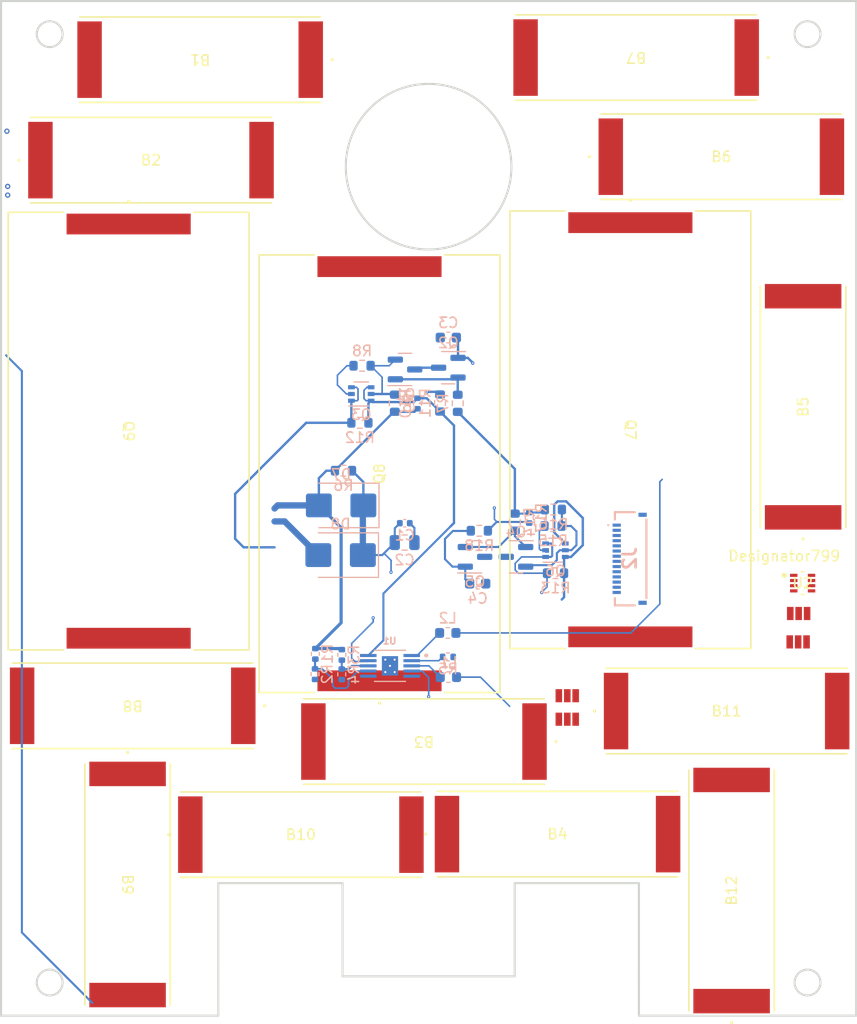
<source format=kicad_pcb>
(kicad_pcb (version 20221018) (generator pcbnew)
  (layers (0 "F.Cu" signal) (1 "In1.Cu" signal) (2 "In2.Cu" signal) (3 "In3.Cu" signal) (4 "In4.Cu" signal) (5 "In5.Cu" signal) (6 "In6.Cu" signal) (31 "B.Cu" signal) (34 "B.Paste" user) (35 "F.Paste" user) (36 "B.SilkS" user "B.Silkscreen") (37 "F.SilkS" user "F.Silkscreen") (38 "B.Mask" user) (39 "F.Mask" user) (44 "Edge.Cuts" user))
  (net 0 "")
  (net 1 "GND")
  (net 2 "Net-(Q2-G)")
  (net 3 "Net-(Q5-G)")
  (net 4 "Net-(JP1-C)")
  (net 5 "/+3.3v")
  (net 9 "/VSOLAR")
  (net 10 "/coils")
  (net 11 "Net-(U1-OUT1)")
  (net 12 "Net-(U1-OUT2)")
  (net 13 "Net-(Q1-G)")
  (net 14 "Net-(Q1-S)")
  (net 15 "SCL1_b4iso")
  (net 16 "Net-(Q3A-B1)")
  (net 17 "SCL")
  (net 18 "Net-(Q4-G)")
  (net 19 "Net-(Q4-S)")
  (net 20 "SDA1_b4iso")
  (net 21 "Net-(Q6A-B1)")
  (net 22 "SDA")
  (net 23 "Net-(U1-A0)")
  (net 24 "+3.3V")
  (net 25 "Net-(U1-A1)")
  (net 26 "Net-(U1-ISENSE)")
  (net 27 "VBATT")
  (net 29 "Net-(D7-K)")
  (net 30 "Net-(B1-Pad2)")
  (net 31 "Net-(B2-Pad2)")
  (net 32 "Net-(B3-Pad2)")
  (net 33 "Net-(B5-Pad2)")
  (net 34 "Net-(B6-Pad2)")
  (net 35 "Net-(B10-Pad2)")
  (net 36 "Net-(B12-Pad1)")
  (net 37 "Net-(B11-Pad2)")
  (net 38 "Net-(B8-Pad2)")
  (net 39 "Net-(B10-Pad1)")
  (net 40 "Net-(B11-Pad1)")
  (net 41 "Net-(Q7-Pad1)")
  (net 42 "Net-(Q8-Pad1)")
  (net 43 "VSOLAR1")
  (net 44 "VSOLAR2")
  (net 45 "VSOLAR3")
  (net 46 "VSOLAR4")
  (footprint "KXOB201K04TF-TR:TRAN_KXOB201K04F-TR_AAR" (layer "F.Cu") (at 130.8354 87.8967 -90)
    (fp_text reference "Q9")
    (fp_text value "KXOB201K04F-TR")
  )
  (footprint "SparkFun-Jumper:SMT-JUMPER_3_NO_NO-SILK" (layer "F.Cu") (at 173.2026 115.7224)
    (fp_text reference "JP4")
    (fp_text value "~")
  )
  (footprint "CHIP2_KXOB25-05X3F-TR_AAR:CHIP2_KXOB25-05X3F-TR_AAR" (layer "F.Cu") (at 188.595 114.935)
    (fp_text reference "B11")
    (fp_text value "KXOB25-05X3F-TR")
  )
  (footprint "SparkFun-Jumper:SMT-JUMPER_3_NO_NO-SILK" (layer "F.Cu") (at 173.2026 113.4524)
    (fp_text reference "JP3")
    (fp_text value "~")
  )
  (footprint "CHIP2_KXOB25-05X3F-TR_AAR:CHIP2_KXOB25-05X3F-TR_AAR" (layer "F.Cu") (at 195.9864 85.5472 90)
    (fp_text reference "B5")
    (fp_text value "KXOB25-05X3F-TR")
  )
  (footprint "CHIP2_KXOB25-05X3F-TR_AAR:CHIP2_KXOB25-05X3F-TR_AAR" (layer "F.Cu") (at 179.8574 51.816 180)
    (fp_text reference "B7")
    (fp_text value "KXOB25-05X3F-TR")
  )
  (footprint "KXOB201K04TF-TR:TRAN_KXOB201K04F-TR_AAR" (layer "F.Cu") (at 155.067 92.0115 90)
    (fp_text reference "Q8")
    (fp_text value "KXOB201K04F-TR")
  )
  (footprint "CHIP2_KXOB25-05X3F-TR_AAR:CHIP2_KXOB25-05X3F-TR_AAR" (layer "F.Cu") (at 131.2291 114.427 180)
    (fp_text reference "B8")
    (fp_text value "KXOB25-05X3F-TR")
  )
  (footprint "CHIP2_KXOB25-05X3F-TR_AAR:CHIP2_KXOB25-05X3F-TR_AAR" (layer "F.Cu") (at 188.087 61.3918)
    (fp_text reference "B6")
    (fp_text value "KXOB25-05X3F-TR")
  )
  (footprint "OPT4001DTST:DTS0008A-MFG" (layer "F.Cu") (at 195.939199 102.577199)
    (fp_text reference "U2")
    (fp_text value "OPT4001DTST")
  )
  (footprint "CHIP2_KXOB25-05X3F-TR_AAR:CHIP2_KXOB25-05X3F-TR_AAR" (layer "F.Cu") (at 147.4724 126.873)
    (fp_text reference "B10")
    (fp_text value "KXOB25-05X3F-TR")
  )
  (footprint "CHIP2_KXOB25-05X3F-TR_AAR:CHIP2_KXOB25-05X3F-TR_AAR" (layer "F.Cu") (at 137.7442 52.0192 180)
    (fp_text reference "B1")
    (fp_text value "KXOB25-05X3F-TR")
  )
  (footprint "KXOB201K04TF-TR:TRAN_KXOB201K04F-TR_AAR" (layer "F.Cu") (at 179.2986 87.76335 -90)
    (fp_text reference "Q7")
    (fp_text value "KXOB201K04F-TR")
  )
  (footprint "CHIP2_KXOB25-05X3F-TR_AAR:CHIP2_KXOB25-05X3F-TR_AAR" (layer "F.Cu") (at 189.0776 132.2705 90)
    (fp_text reference "B12")
    (fp_text value "KXOB25-05X3F-TR")
  )
  (footprint "SparkFun-Jumper:SMT-JUMPER_3_NO_NO-SILK" (layer "F.Cu") (at 195.5038 108.2548)
    (fp_text reference "JP1")
    (fp_text value "~")
  )
  (footprint "SparkFun-Jumper:SMT-JUMPER_3_NO_NO-SILK" (layer "F.Cu") (at 195.5546 105.5116)
    (fp_text reference "JP2")
    (fp_text value "~")
  )
  (footprint "CHIP2_KXOB25-05X3F-TR_AAR:CHIP2_KXOB25-05X3F-TR_AAR" (layer "F.Cu") (at 159.3596 117.8814 180)
    (fp_text reference "B3")
    (fp_text value "KXOB25-05X3F-TR")
  )
  (footprint "CHIP2_KXOB25-05X3F-TR_AAR:CHIP2_KXOB25-05X3F-TR_AAR" (layer "F.Cu") (at 132.9944 61.722)
    (fp_text reference "B2")
    (fp_text value "KXOB25-05X3F-TR")
  )
  (footprint "CHIP2_KXOB25-05X3F-TR_AAR:CHIP2_KXOB25-05X3F-TR_AAR" (layer "F.Cu") (at 172.2628 126.8222)
    (fp_text reference "B4")
    (fp_text value "KXOB25-05X3F-TR")
  )
  (footprint "CHIP2_KXOB25-05X3F-TR_AAR:CHIP2_KXOB25-05X3F-TR_AAR" (layer "F.Cu") (at 130.7338 131.6863 -90)
    (fp_text reference "B9")
    (fp_text value "KXOB25-05X3F-TR")
  )
  (footprint "Diode_SMD:D_SMB" (layer "B.Cu") (at 151.3586 95.0722 180)
    (fp_text reference "D7")
    (fp_text value "B220")
  )
  (footprint "Resistor_SMD:R_0603_1608Metric" (layer "B.Cu") (at 171.8598 95.4694)
    (fp_text reference "R16")
    (fp_text value "10K")
  )
  (footprint "Capacitor_SMD:C_0805_2012Metric" (layer "B.Cu") (at 157.4898 98.6594)
    (fp_text reference "C2")
    (fp_text value "10uF")
  )
  (footprint "Capacitor_SMD:C_0603_1608Metric" (layer "B.Cu") (at 161.7131 78.8604 180)
    (fp_text reference "C3")
    (fp_text value "10nF")
  )
  (footprint "Resistor_SMD:R_0603_1608Metric" (layer "B.Cu") (at 164.7098 97.5194)
    (fp_text reference "R18")
    (fp_text value "100K")
  )
  (footprint "Resistor_SMD:R_0402_1005Metric" (layer "B.Cu") (at 148.8398 111.3694 90)
    (fp_text reference "R2")
    (fp_text value "0")
  )
  (footprint "Resistor_SMD:R_0402_1005Metric" (layer "B.Cu") (at 148.8698 109.4094 90)
    (fp_text reference "R1")
    (fp_text value "0")
  )
  (footprint "Resistor_SMD:R_0603_1608Metric" (layer "B.Cu") (at 156.5431 85.2004 90)
    (fp_text reference "R9")
    (fp_text value "10K")
  )
  (footprint "Resistor_SMD:R_0603_1608Metric" (layer "B.Cu") (at 172.0698 101.6194)
    (fp_text reference "R13")
    (fp_text value "0")
  )
  (footprint "Resistor_SMD:R_0603_1608Metric" (layer "B.Cu") (at 168.1398 96.6894 90)
    (fp_text reference "R14")
    (fp_text value "10K")
  )
  (footprint "F3311A7H121008E200:F3311A7H121014E200" (layer "B.Cu") (at 179.324 100.2284 -90)
    (fp_text reference "J2")
    (fp_text value "F3311A7H121014E200" hide)
  )
  (footprint "Package_TO_SOT_SMD:SOT-363_SC-70-6" (layer "B.Cu") (at 153.3031 84.3104)
    (fp_text reference "Q3")
    (fp_text value "MBT2222ADW1T1")
  )
  (footprint "Inductor_SMD:L_0603_1608Metric" (layer "B.Cu") (at 161.6598 107.3894 180)
    (fp_text reference "L2")
    (fp_text value "TBD")
  )
  (footprint "Resistor_SMD:R_0402_1005Metric" (layer "B.Cu") (at 161.671 109.7026)
    (fp_text reference "R5")
    (fp_text value "0")
  )
  (footprint "Resistor_SMD:R_0603_1608Metric" (layer "B.Cu") (at 160.9131 85.1804 -90)
    (fp_text reference "R11")
    (fp_text value "100K")
  )
  (footprint "Package_TO_SOT_SMD:SOT-23" (layer "B.Cu") (at 157.5331 81.9404)
    (fp_text reference "Q1")
    (fp_text value "BSS138")
  )
  (footprint "Resistor_SMD:R_0603_1608Metric" (layer "B.Cu") (at 153.3831 81.5804 180)
    (fp_text reference "R8")
    (fp_text value "600")
  )
  (footprint "Package_TO_SOT_SMD:SOT-363_SC-70-6" (layer "B.Cu") (at 172.0598 99.3994)
    (fp_text reference "Q6")
    (fp_text value "MBT2222ADW1T1")
  )
  (footprint "Resistor_SMD:R_0402_1005Metric" (layer "B.Cu") (at 151.4298 109.5094 90)
    (fp_text reference "R3")
    (fp_text value "0")
  )
  (footprint "Resistor_SMD:R_0402_1005Metric" (layer "B.Cu") (at 169.5298 96.2694 90)
    (fp_text reference "R17")
    (fp_text value "10K")
  )
  (footprint "Package_TO_SOT_SMD:SOT-23" (layer "B.Cu") (at 168.2498 100.0394 180)
    (fp_text reference "Q4")
    (fp_text value "BSS138")
  )
  (footprint "Resistor_SMD:R_0402_1005Metric" (layer "B.Cu") (at 158.7331 85.2304 -90)
    (fp_text reference "R10")
    (fp_text value "10K")
  )
  (footprint "Resistor_SMD:R_0603_1608Metric" (layer "B.Cu") (at 153.1731 87.0904)
    (fp_text reference "R12")
    (fp_text value "0")
  )
  (footprint "Diode_SMD:D_SMB" (layer "B.Cu") (at 151.3078 99.8728 180)
    (fp_text reference "D8")
    (fp_text value "B220")
  )
  (footprint "Package_TO_SOT_SMD:SOT-23" (layer "B.Cu") (at 164.2898 100.0394)
    (fp_text reference "Q5")
    (fp_text value "BSS138")
  )
  (footprint "Resistor_SMD:R_0603_1608Metric" (layer "B.Cu") (at 151.5872 91.7194)
    (fp_text reference "R6")
    (fp_text value "0")
  )
  (footprint "Resistor_SMD:R_0402_1005Metric" (layer "B.Cu") (at 151.4198 111.3894 90)
    (fp_text reference "R4")
    (fp_text value "0")
  )
  (footprint "Capacitor_SMD:C_0603_1608Metric" (layer "B.Cu") (at 164.5498 102.6294)
    (fp_text reference "C4")
    (fp_text value "10nF")
  )
  (footprint "Package_TO_SOT_SMD:SOT-23" (layer "B.Cu") (at 161.7131 81.7704 180)
    (fp_text reference "Q2")
    (fp_text value "BSS138")
  )
  (footprint "Capacitor_SMD:C_0402_1005Metric" (layer "B.Cu") (at 157.5098 96.7894)
    (fp_text reference "C1")
    (fp_text value "0.1uF")
  )
  (footprint "Resistor_SMD:R_0603_1608Metric" (layer "B.Cu") (at 171.8298 97.0594)
    (fp_text reference "R15")
    (fp_text value "600")
  )
  (footprint "Inductor_SMD:L_0603_1608Metric" (layer "B.Cu") (at 161.7218 111.6584 180)
    (fp_text reference "L1")
    (fp_text value "TBD")
  )
  (footprint "DRV8830DGQ:IC_XTR111AIDGQR" (layer "B.Cu") (at 156.0798 110.5694 180)
    (fp_text reference "U1")
    (fp_text value "DRV8830DGQ")
  )
  (footprint "Resistor_SMD:R_0603_1608Metric" (layer "B.Cu") (at 162.6231 85.2104 -90)
    (fp_text reference "R7")
    (fp_text value "10K")
  )
  (gr_line (start 168.123494 131.5554) (end 180.123494 131.5554) (stroke (width 0.2)) (layer "Edge.Cuts"))
  (gr_line (start 180.123494 144.3554) (end 201.11 144.3554) (stroke (width 0.2)) (layer "Edge.Cuts"))
  (gr_line (start 139.496497 140.5554) (end 139.496497 131.5554) (stroke (width 0.2)) (layer "Edge.Cuts"))
  (gr_line (start 180.123494 131.5554) (end 180.123494 140.5554) (stroke (width 0.2)) (layer "Edge.Cuts"))
  (gr_circle (center 196.41 49.5554) (end 197.66 49.5554) (stroke (width 0.2)) (fill none) (layer "Edge.Cuts"))
  (gr_circle (center 123.21 141.1554) (end 124.46 141.1554) (stroke (width 0.2)) (fill none) (layer "Edge.Cuts"))
  (gr_line (start 151.496497 131.5554) (end 151.496497 140.5554) (stroke (width 0.2)) (layer "Edge.Cuts"))
  (gr_circle (center 123.21 49.5554) (end 124.46 49.5554) (stroke (width 0.2)) (fill none) (layer "Edge.Cuts"))
  (gr_line (start 168.123494 140.5554) (end 168.123494 131.5554) (stroke (width 0.2)) (layer "Edge.Cuts"))
  (gr_line (start 151.496497 140.5554) (end 168.123494 140.5554) (stroke (width 0.2)) (layer "Edge.Cuts"))
  (gr_line (start 118.51 46.3554) (end 118.51 144.3554) (stroke (width 0.2)) (layer "Edge.Cuts"))
  (gr_line (start 118.51 144.3554) (end 139.496497 144.3554) (stroke (width 0.2)) (layer "Edge.Cuts"))
  (gr_line (start 201.11 46.3554) (end 118.51 46.3554) (stroke (width 0.2)) (layer "Edge.Cuts"))
  (gr_circle (center 159.81 62.3554) (end 167.81 62.3554) (stroke (width 0.2)) (fill none) (layer "Edge.Cuts"))
  (gr_line (start 201.11 144.3554) (end 201.11 46.3554) (stroke (width 0.2)) (layer "Edge.Cuts"))
  (gr_circle (center 196.41 141.1554) (end 197.66 141.1554) (stroke (width 0.2)) (fill none) (layer "Edge.Cuts"))
  (gr_line (start 139.496497 131.5554) (end 151.496497 131.5554) (stroke (width 0.2)) (layer "Edge.Cuts"))
  (gr_line (start 180.123494 140.5554) (end 180.123494 144.3554) (stroke (width 0.2)) (layer "Edge.Cuts"))
  (gr_line (start 139.496497 144.3554) (end 139.496497 140.5554) (stroke (width 0.2)) (layer "Edge.Cuts"))
  (segment (start 158.4706 81.9404) (end 158.6406 81.7704) (width 0.2286) (layer "B.Cu") (net 1))
  (segment (start 158.4398 97.2394) (end 157.9898 96.7894) (width 0.2) (layer "B.Cu") (net 1))
  (segment (start 158.6406 81.7704) (end 160.7756 81.7704) (width 0.2286) (layer "B.Cu") (net 1))
  (segment (start 158.4398 98.6594) (end 158.4398 97.2394) (width 0.2) (layer "B.Cu") (net 1))
  (via micro (at 159.6644 84.0994) (size 0.3) (drill 0.1) (layers "In6.Cu" "B.Cu") (net 2))
  (via micro (at 164.084 81.3054) (size 0.3) (drill 0.1) (layers "In6.Cu" "B.Cu") (net 2))
  (segment (start 162.6506 80.8204) (end 162.6506 79.0229) (width 0.2286) (layer "B.Cu") (net 2))
  (segment (start 159.6644 84.0994) (end 160.6571 84.0994) (width 0.2286) (layer "B.Cu") (net 2))
  (segment (start 160.6571 84.0994) (end 160.9131 84.3554) (width 0.2286) (layer "B.Cu") (net 2))
  (segment (start 162.6506 80.8204) (end 163.599 80.8204) (width 0.2286) (layer "B.Cu") (net 2))
  (segment (start 163.599 80.8204) (end 164.084 81.3054) (width 0.2286) (layer "B.Cu") (net 2))
  (segment (start 162.6506 79.0229) (end 162.4881 78.8604) (width 0.2286) (layer "B.Cu") (net 2))
  (segment (start 162.1598 97.5394) (end 161.3898 98.3094) (width 0.2) (layer "B.Cu") (net 3))
  (segment (start 163.3523 100.9894) (end 163.3523 102.2069) (width 0.2) (layer "B.Cu") (net 3))
  (segment (start 163.8648 97.5394) (end 162.1598 97.5394) (width 0.2) (layer "B.Cu") (net 3))
  (segment (start 161.3898 98.3094) (end 161.3898 100.2594) (width 0.2) (layer "B.Cu") (net 3))
  (segment (start 163.8848 97.5194) (end 163.8648 97.5394) (width 0.2) (layer "B.Cu") (net 3))
  (segment (start 161.3898 100.2594) (end 162.1198 100.9894) (width 0.2) (layer "B.Cu") (net 3))
  (segment (start 162.1198 100.9894) (end 163.3523 100.9894) (width 0.2) (layer "B.Cu") (net 3))
  (segment (start 163.3523 102.2069) (end 163.7748 102.6294) (width 0.2) (layer "B.Cu") (net 3))
  (via (at 119.1514 65.1002) (size 0.508) (drill 0.254) (layers "F.Cu" "B.Cu") (net 10))
  (via (at 119.0752 58.928) (size 0.508) (drill 0.254) (layers "F.Cu" "B.Cu") (net 10))
  (via (at 119.1514 64.262) (size 0.508) (drill 0.254) (layers "F.Cu" "B.Cu") (net 10))
  (via micro (at 159.8041 113.5634) (size 0.3) (drill 0.1) (layers "In6.Cu" "B.Cu") (net 10))
  (via micro (at 166.1541 95.3516) (size 0.3) (drill 0.1) (layers "In6.Cu" "B.Cu") (net 10))
  (via micro (at 154.4447 105.9688) (size 0.3) (drill 0.1) (layers "In6.Cu" "B.Cu") (net 10))
  (via micro (at 159.6517 84.1502) (size 0.3) (drill 0.1) (layers "In6.Cu" "B.Cu") (net 10))
  (via micro (at 156.1719 101.5492) (size 0.3) (drill 0.1) (layers "In6.Cu" "B.Cu") (net 10))
  (via micro (at 164.0713 81.3562) (size 0.3) (drill 0.1) (layers "In6.Cu" "B.Cu") (net 10))
  (via micro (at 170.7261 103.505) (size 0.3) (drill 0.1) (layers "In6.Cu" "B.Cu") (net 10))
  (segment (start 120.523 136.3218) (end 120.523 82.0928) (width 0.2) (layer "B.Cu") (net 10))
  (segment (start 162.4473 107.3894) (end 179.3512 107.3894) (width 0.1524) (layer "B.Cu") (net 10))
  (segment (start 120.523 82.0928) (end 118.999 80.5688) (width 0.2) (layer "B.Cu") (net 10))
  (segment (start 179.3512 107.3894) (end 182.1434 104.5972) (width 0.1524) (layer "B.Cu") (net 10))
  (segment (start 182.1434 92.7862) (end 182.372 92.5576) (width 0.1524) (layer "B.Cu") (net 10))
  (segment (start 127.3302 143.129) (end 120.523 136.3218) (width 0.2) (layer "B.Cu") (net 10))
  (segment (start 182.1434 104.5972) (end 182.1434 92.7862) (width 0.1524) (layer "B.Cu") (net 10))
  (segment (start 164.8206 111.6584) (end 167.64 114.4778) (width 0.1524) (layer "B.Cu") (net 10))
  (segment (start 162.5093 111.6584) (end 164.8206 111.6584) (width 0.1524) (layer "B.Cu") (net 10))
  (segment (start 159.8453 110.5694) (end 158.1798 110.5694) (width 0.1524) (layer "B.Cu") (net 11))
  (segment (start 160.9343 111.6584) (end 159.8453 110.5694) (width 0.1524) (layer "B.Cu") (net 11))
  (segment (start 158.1798 109.5694) (end 158.1798 109.587) (width 0.1524) (layer "B.Cu") (net 12))
  (segment (start 158.1798 109.587) (end 158.1236 109.6432) (width 0.1524) (layer "B.Cu") (net 12))
  (segment (start 158.6185 109.6432) (end 160.8723 107.3894) (width 0.1524) (layer "B.Cu") (net 12))
  (segment (start 158.1236 109.6432) (end 158.6185 109.6432) (width 0.1524) (layer "B.Cu") (net 12))
  (segment (start 162.6231 82.7479) (end 162.6506 82.7204) (width 0.2286) (layer "B.Cu") (net 13))
  (segment (start 162.6506 82.7204) (end 162.4806 82.8904) (width 0.2286) (layer "B.Cu") (net 13))
  (segment (start 162.6231 84.3854) (end 162.6231 82.7479) (width 0.2286) (layer "B.Cu") (net 13))
  (segment (start 162.4806 82.8904) (end 156.5956 82.8904) (width 0.2286) (layer "B.Cu") (net 13))
  (segment (start 154.2081 81.5804) (end 156.0056 81.5804) (width 0.1524) (layer "B.Cu") (net 14))
  (segment (start 154.2531 84.3104) (end 155.321 84.3104) (width 0.2286) (layer "B.Cu") (net 14))
  (segment (start 155.321 82.6933) (end 155.321 84.3104) (width 0.1524) (layer "B.Cu") (net 14))
  (segment (start 154.2081 81.5804) (end 155.321 82.6933) (width 0.1524) (layer "B.Cu") (net 14))
  (segment (start 156.4781 84.3104) (end 156.5431 84.3754) (width 0.2286) (layer "B.Cu") (net 14))
  (segment (start 155.321 84.3104) (end 156.4781 84.3104) (width 0.2286) (layer "B.Cu") (net 14))
  (segment (start 156.0056 81.5804) (end 156.5956 80.9904) (width 0.1524) (layer "B.Cu") (net 14))
  (segment (start 147.9866 87.0904) (end 141.1224 93.9546) (width 0.2286) (layer "B.Cu") (net 15))
  (segment (start 152.9924 84.8747) (end 152.9924 83.8223) (width 0.1524) (layer "B.Cu") (net 15))
  (segment (start 152.8305 83.6604) (end 152.3531 83.6604) (width 0.1524) (layer "B.Cu") (net 15))
  (segment (start 152.3481 87.0904) (end 152.3481 84.9654) (width 0.2286) (layer "B.Cu") (net 15))
  (segment (start 152.3531 84.9604) (end 152.9067 84.9604) (width 0.1524) (layer "B.Cu") (net 15))
  (segment (start 152.9924 83.8223) (end 152.8305 83.6604) (width 0.1524) (layer "B.Cu") (net 15))
  (segment (start 141.9438 99.1194) (end 144.9298 99.1194) (width 0.2286) (layer "B.Cu") (net 15))
  (segment (start 141.1224 93.9546) (end 141.1224 98.298) (width 0.2286) (layer "B.Cu") (net 15))
  (segment (start 152.9067 84.9604) (end 152.9924 84.8747) (width 0.1524) (layer "B.Cu") (net 15))
  (segment (start 141.1224 98.298) (end 141.9438 99.1194) (width 0.2286) (layer "B.Cu") (net 15))
  (segment (start 152.3481 84.9654) (end 152.3531 84.9604) (width 0.2286) (layer "B.Cu") (net 15))
  (segment (start 152.3481 87.0904) (end 147.9866 87.0904) (width 0.2286) (layer "B.Cu") (net 15))
  (segment (start 151.9218 81.5804) (end 151.003 82.4992) (width 0.1524) (layer "B.Cu") (net 16))
  (segment (start 151.003 83.4377) (end 151.8757 84.3104) (width 0.1524) (layer "B.Cu") (net 16))
  (segment (start 151.8757 84.3104) (end 152.3531 84.3104) (width 0.1524) (layer "B.Cu") (net 16))
  (segment (start 151.003 82.4992) (end 151.003 83.4377) (width 0.1524) (layer "B.Cu") (net 16))
  (segment (start 152.5581 81.5804) (end 151.9218 81.5804) (width 0.1524) (layer "B.Cu") (net 16))
  (segment (start 153.855 83.6604) (end 153.5684 83.947) (width 0.1524) (layer "B.Cu") (net 17))
  (segment (start 153.5684 84.7531) (end 153.7757 84.9604) (width 0.1524) (layer "B.Cu") (net 17))
  (segment (start 153.9981 87.0904) (end 153.9981 85.2154) (width 0.2286) (layer "B.Cu") (net 17))
  (segment (start 155.4432 108.106) (end 153.9798 109.5694) (width 0.2) (layer "B.Cu") (net 17))
  (segment (start 162.2583 96.7709) (end 161.9377 97.0915) (width 0.2286) (layer "B.Cu") (net 17))
  (segment (start 153.9981 85.2154) (end 154.2531 84.9604) (width 0.2286) (layer "B.Cu") (net 17))
  (segment (start 162.2583 87.3506) (end 162.2583 96.7709) (width 0.2286) (layer "B.Cu") (net 17))
  (segment (start 160.9131 86.0054) (end 162.2583 87.3506) (width 0.2286) (layer "B.Cu") (net 17))
  (segment (start 154.2531 83.6604) (end 153.855 83.6604) (width 0.1524) (layer "B.Cu") (net 17))
  (segment (start 154.3824 85.0897) (end 158.3638 85.0897) (width 0.2286) (layer "B.Cu") (net 17))
  (segment (start 158.7331 84.7204) (end 159.6281 84.7204) (width 0.2286) (layer "B.Cu") (net 17))
  (segment (start 161.9377 97.0915) (end 155.4432 103.586) (width 0.2) (layer "B.Cu") (net 17))
  (segment (start 155.4432 103.586) (end 155.4432 108.106) (width 0.2) (layer "B.Cu") (net 17))
  (segment (start 153.7757 84.9604) (end 154.2531 84.9604) (width 0.1524) (layer "B.Cu") (net 17))
  (segment (start 158.3638 85.0897) (end 158.7331 84.7204) (width 0.2286) (layer "B.Cu") (net 17))
  (segment (start 154.2531 84.9604) (end 154.3824 85.0897) (width 0.2286) (layer "B.Cu") (net 17))
  (segment (start 153.5684 83.947) (end 153.5684 84.7531) (width 0.1524) (layer "B.Cu") (net 17))
  (segment (start 159.6281 84.7204) (end 160.9131 86.0054) (width 0.2286) (layer "B.Cu") (net 17))
  (segment (start 166.5648 99.0894) (end 168.1398 97.5144) (width 0.2) (layer "B.Cu") (net 18))
  (segment (start 163.3523 99.0894) (end 166.5648 99.0894) (width 0.2) (layer "B.Cu") (net 18))
  (segment (start 168.1398 98.0419) (end 169.1873 99.0894) (width 0.2) (layer "B.Cu") (net 18))
  (segment (start 168.1398 97.5144) (end 168.1398 98.0419) (width 0.2) (layer "B.Cu") (net 18))
  (segment (start 173.5998 99.3994) (end 173.0098 99.3994) (width 0.2) (layer "B.Cu") (net 19))
  (segment (start 174.0916 97.5868) (end 174.0916 98.9076) (width 0.2) (layer "B.Cu") (net 19))
  (segment (start 169.1873 100.9894) (end 169.3323 100.8444) (width 0.2) (layer "B.Cu") (net 19))
  (segment (start 172.6548 97.0594) (end 173.5642 97.0594) (width 0.2) (layer "B.Cu") (net 19))
  (segment (start 169.3323 100.8444) (end 171.7048 100.8444) (width 0.2) (layer "B.Cu") (net 19))
  (segment (start 173.5642 97.0594) (end 174.0916 97.5868) (width 0.2) (layer "B.Cu") (net 19))
  (segment (start 172.1998 100.3494) (end 172.1998 99.6844) (width 0.2) (layer "B.Cu") (net 19))
  (segment (start 172.1998 99.6844) (end 172.4848 99.3994) (width 0.2) (layer "B.Cu") (net 19))
  (segment (start 171.7048 100.8444) (end 172.1998 100.3494) (width 0.2) (layer "B.Cu") (net 19))
  (segment (start 172.6848 95.4694) (end 172.6848 97.0294) (width 0.2) (layer "B.Cu") (net 19))
  (segment (start 172.4848 99.3994) (end 173.0098 99.3994) (width 0.2) (layer "B.Cu") (net 19))
  (segment (start 174.0916 98.9076) (end 173.5998 99.3994) (width 0.2) (layer "B.Cu") (net 19))
  (segment (start 172.6848 97.0294) (end 172.6548 97.0594) (width 0.2) (layer "B.Cu") (net 19))
  (via micro (at 170.7388 103.4542) (size 0.3) (drill 0.1) (layers "In6.Cu" "B.Cu") (net 20))
  (segment (start 168.1736 100.662862) (end 168.787062 100.0494) (width 0.1524) (layer "B.Cu") (net 20))
  (segment (start 171.2448 102.9482) (end 170.7388 103.4542) (width 0.1524) (layer "B.Cu") (net 20))
  (segment (start 171.6348 100.0494) (end 171.7498 99.9344) (width 0.2) (layer "B.Cu") (net 20))
  (segment (start 171.7498 98.8644) (end 171.6348 98.7494) (width 0.2) (layer "B.Cu") (net 20))
  (segment (start 171.7498 99.9344) (end 171.7498 98.8644) (width 0.2) (layer "B.Cu") (net 20))
  (segment (start 168.787062 100.0494) (end 171.1098 100.0494) (width 0.1524) (layer "B.Cu") (net 20))
  (segment (start 171.2448 101.6194) (end 168.477062 101.6194) (width 0.1524) (layer "B.Cu") (net 20))
  (segment (start 168.477062 101.6194) (end 168.1736 101.315938) (width 0.1524) (layer "B.Cu") (net 20))
  (segment (start 171.2448 101.6194) (end 171.2448 102.9482) (width 0.1524) (layer "B.Cu") (net 20))
  (segment (start 171.1098 100.0494) (end 171.6348 100.0494) (width 0.2) (layer "B.Cu") (net 20))
  (segment (start 168.1736 101.315938) (end 168.1736 100.662862) (width 0.1524) (layer "B.Cu") (net 20))
  (segment (start 171.6348 98.7494) (end 171.1098 98.7494) (width 0.2) (layer "B.Cu") (net 20))
  (segment (start 171.1098 99.3994) (end 170.6324 99.3994) (width 0.1524) (layer "B.Cu") (net 21))
  (segment (start 170.5086 97.5556) (end 171.0048 97.0594) (width 0.1524) (layer "B.Cu") (net 21))
  (segment (start 170.5086 99.2756) (end 170.5086 97.5556) (width 0.1524) (layer "B.Cu") (net 21))
  (segment (start 171.1098 99.5194) (end 171.1398 99.5494) (width 0.2) (layer "B.Cu") (net 21))
  (segment (start 171.1098 99.3994) (end 171.1098 99.5194) (width 0.2) (layer "B.Cu") (net 21))
  (segment (start 170.6324 99.3994) (end 170.5086 99.2756) (width 0.1524) (layer "B.Cu") (net 21))
  (segment (start 171.1398 99.5494) (end 171.3498 99.5494) (width 0.2) (layer "B.Cu") (net 21))
  (via micro (at 154.4574 105.918) (size 0.3) (drill 0.1) (layers "In6.Cu" "B.Cu") (net 22))
  (via micro (at 166.1668 95.3008) (size 0.3) (drill 0.1) (layers "In6.Cu" "B.Cu") (net 22))
  (segment (start 166.1668 95.3008) (end 166.1668 96.4184) (width 0.1524) (layer "B.Cu") (net 22))
  (segment (start 165.5348 97.5194) (end 166.3848 96.6694) (width 0.2) (layer "B.Cu") (net 22))
  (segment (start 171.9405 97.6801) (end 173.0098 98.7494) (width 0.2286) (layer "B.Cu") (net 22))
  (segment (start 152.4254 108.3564) (end 154.3304 106.4514) (width 0.1524) (layer "B.Cu") (net 22))
  (segment (start 173.5634 100.0494) (end 174.7012 98.9116) (width 0.2286) (layer "B.Cu") (net 22))
  (segment (start 166.1668 96.4184) (end 166.4178 96.6694) (width 0.1524) (layer "B.Cu") (net 22))
  (segment (start 153.9798 110.0694) (end 153.9798 110.1382) (width 0.1524) (layer "B.Cu") (net 22))
  (segment (start 154.4574 106.3244) (end 154.4574 105.918) (width 0.1524) (layer "B.Cu") (net 22))
  (segment (start 174.7012 96.28347) (end 173.09783 94.6801) (width 0.2286) (layer "B.Cu") (net 22))
  (segment (start 167.513 96.6694) (end 169.4198 96.6694) (width 0.2) (layer "B.Cu") (net 22))
  (segment (start 152.3746 109.8296) (end 152.3746 108.4072) (width 0.1524) (layer "B.Cu") (net 22))
  (segment (start 172.8948 103.9398) (end 172.8948 101.6194) (width 0.2286) (layer "B.Cu") (net 22))
  (segment (start 173.0098 100.0494) (end 173.5634 100.0494) (width 0.2286) (layer "B.Cu") (net 22))
  (segment (start 166.4178 96.6694) (end 167.513 96.6694) (width 0.1524) (layer "B.Cu") (net 22))
  (segment (start 152.6882 110.1432) (end 152.3746 109.8296) (width 0.1524) (layer "B.Cu") (net 22))
  (segment (start 173.09783 94.6801) (end 172.27177 94.6801) (width 0.2286) (layer "B.Cu") (net 22))
  (segment (start 172.27177 94.6801) (end 171.9405 95.01137) (width 0.2286) (layer "B.Cu") (net 22))
  (segment (start 152.3746 108.4072) (end 152.4254 108.3564) (width 0.1524) (layer "B.Cu") (net 22))
  (segment (start 166.3848 96.6694) (end 167.513 96.6694) (width 0.2) (layer "B.Cu") (net 22))
  (segment (start 153.9798 110.1382) (end 153.9748 110.1432) (width 0.1524) (layer "B.Cu") (net 22))
  (segment (start 169.4198 96.6694) (end 169.5298 96.7794) (width 0.2) (layer "B.Cu") (net 22))
  (segment (start 172.6692 104.1654) (end 172.8948 103.9398) (width 0.2286) (layer "B.Cu") (net 22))
  (segment (start 171.9405 95.01137) (end 171.9405 97.6801) (width 0.2286) (layer "B.Cu") (net 22))
  (segment (start 153.9748 110.1432) (end 152.6882 110.1432) (width 0.1524) (layer "B.Cu") (net 22))
  (segment (start 174.7012 98.9116) (end 174.7012 96.28347) (width 0.2286) (layer "B.Cu") (net 22))
  (segment (start 172.8948 100.1644) (end 173.0098 100.0494) (width 0.2286) (layer "B.Cu") (net 22))
  (segment (start 154.3304 106.4514) (end 154.4574 106.3244) (width 0.1524) (layer "B.Cu") (net 22))
  (segment (start 172.8948 101.6194) (end 172.8948 100.1644) (width 0.2286) (layer "B.Cu") (net 22))
  (segment (start 152.0698 111.977) (end 152.0698 112.4966) (width 0.1524) (layer "B.Cu") (net 23))
  (segment (start 152.0698 112.4966) (end 151.8412 112.7252) (width 0.1524) (layer "B.Cu") (net 23))
  (segment (start 150.5458 111.8616) (end 149.5436 110.8594) (width 0.1524) (layer "B.Cu") (net 23))
  (segment (start 153.9798 111.0694) (end 152.9774 111.0694) (width 0.1524) (layer "B.Cu") (net 23))
  (segment (start 148.8398 110.8594) (end 148.8398 109.9494) (width 0.2) (layer "B.Cu") (net 23))
  (segment (start 150.5458 112.4966) (end 150.5458 111.8616) (width 0.1524) (layer "B.Cu") (net 23))
  (segment (start 148.8398 109.9494) (end 148.8698 109.9194) (width 0.2) (layer "B.Cu") (net 23))
  (segment (start 149.5436 110.8594) (end 148.8398 110.8594) (width 0.1524) (layer "B.Cu") (net 23))
  (segment (start 150.7744 112.7252) (end 151.8412 112.7252) (width 0.1524) (layer "B.Cu") (net 23))
  (segment (start 152.9774 111.0694) (end 152.0698 111.977) (width 0.1524) (layer "B.Cu") (net 23))
  (segment (start 150.7744 112.7252) (end 150.5458 112.4966) (width 0.1524) (layer "B.Cu") (net 23))
  (segment (start 156.4562 86.0254) (end 156.5431 86.0254) (width 0.2286) (layer "B.Cu") (net 24))
  (segment (start 151.3586 97.2222) (end 149.2086 95.0722) (width 0.3048) (layer "B.Cu") (net 24))
  (segment (start 148.8698 108.8994) (end 151.3298 108.8994) (width 0.3048) (layer "B.Cu") (net 24))
  (segment (start 150.7622 91.7194) (end 149.9362 91.7194) (width 0.2286) (layer "B.Cu") (net 24))
  (segment (start 158.4481 86.0254) (end 158.7331 85.7404) (width 0.2286) (layer "B.Cu") (net 24))
  (segment (start 156.5431 86.0254) (end 158.4481 86.0254) (width 0.2286) (layer "B.Cu") (net 24))
  (segment (start 169.4248 95.8644) (end 169.5298 95.7594) (width 0.2) (layer "B.Cu") (net 24))
  (segment (start 148.8698 108.8994) (end 151.3586 106.4106) (width 0.3048) (layer "B.Cu") (net 24))
  (segment (start 151.3586 106.4106) (end 151.3586 97.2222) (width 0.3048) (layer "B.Cu") (net 24))
  (segment (start 149.2086 92.447) (end 149.2086 95.0722) (width 0.2286) (layer "B.Cu") (net 24))
  (segment (start 168.1398 91.5521) (end 168.1398 95.8644) (width 0.2286) (layer "B.Cu") (net 24))
  (segment (start 170.7448 95.7594) (end 171.0348 95.4694) (width 0.2) (layer "B.Cu") (net 24))
  (segment (start 151.3298 108.8994) (end 151.4298 108.9994) (width 0.3048) (layer "B.Cu") (net 24))
  (segment (start 168.1398 95.8644) (end 169.4248 95.8644) (width 0.2) (layer "B.Cu") (net 24))
  (segment (start 162.6231 86.0354) (end 168.1398 91.5521) (width 0.2286) (layer "B.Cu") (net 24))
  (segment (start 149.2086 95.0722) (end 145.227 95.0722) (width 0.6096) (layer "B.Cu") (net 24))
  (segment (start 169.5298 95.7594) (end 170.7448 95.7594) (width 0.2) (layer "B.Cu") (net 24))
  (segment (start 145.227 95.0722) (end 144.9298 95.3694) (width 0.6096) (layer "B.Cu") (net 24))
  (segment (start 149.9362 91.7194) (end 149.2086 92.447) (width 0.2286) (layer "B.Cu") (net 24))
  (segment (start 150.7622 91.7194) (end 156.4562 86.0254) (width 0.2286) (layer "B.Cu") (net 24))
  (segment (start 152.4098 110.5694) (end 152.0998 110.8794) (width 0.2) (layer "B.Cu") (net 25))
  (segment (start 152.0998 110.8794) (end 151.4198 110.8794) (width 0.2) (layer "B.Cu") (net 25))
  (segment (start 151.4198 110.8794) (end 151.4198 110.0294) (width 0.2) (layer "B.Cu") (net 25))
  (segment (start 151.4198 110.0294) (end 151.4298 110.0194) (width 0.2) (layer "B.Cu") (net 25))
  (segment (start 153.9798 110.5694) (end 152.4098 110.5694) (width 0.2) (layer "B.Cu") (net 25))
  (segment (start 158.1798 110.0694) (end 160.7942 110.0694) (width 0.1524) (layer "B.Cu") (net 26))
  (segment (start 160.7942 110.0694) (end 161.161 109.7026) (width 0.1524) (layer "B.Cu") (net 26))
  (segment (start 145.9044 96.6194) (end 144.9298 96.6194) (width 0.6096) (layer "B.Cu") (net 27))
  (segment (start 149.1578 99.8728) (end 145.9044 96.6194) (width 0.6096) (layer "B.Cu") (net 27))
  (via micro (at 159.8168 113.5126) (size 0.3) (drill 0.1) (layers "In6.Cu" "B.Cu") (net 29))
  (via micro (at 156.1846 101.4984) (size 0.3) (drill 0.1) (layers "In6.Cu" "B.Cu") (net 29))
  (segment (start 159.1822 111.0694) (end 159.8168 111.704) (width 0.1524) (layer "B.Cu") (net 29))
  (segment (start 155.3264 99.8728) (end 153.4578 99.8728) (width 0.2) (layer "B.Cu") (net 29))
  (segment (start 159.8168 111.704) (end 159.8168 113.5126) (width 0.1524) (layer "B.Cu") (net 29))
  (segment (start 152.4122 91.7194) (end 153.5086 92.8158) (width 0.2286) (layer "B.Cu") (net 29))
  (segment (start 156.5398 98.6594) (end 156.5398 97.2794) (width 0.2) (layer "B.Cu") (net 29))
  (segment (start 153.4578 95.123) (end 153.5086 95.0722) (width 0.6096) (layer "B.Cu") (net 29))
  (segment (start 156.1846 101.4984) (end 156.1846 100.3808) (width 0.1524) (layer "B.Cu") (net 29))
  (segment (start 155.5015 99.6977) (end 155.3264 99.8728) (width 0.2) (layer "B.Cu") (net 29))
  (segment (start 156.1846 100.3808) (end 155.5015 99.6977) (width 0.1524) (layer "B.Cu") (net 29))
  (segment (start 156.5398 98.6594) (end 155.5015 99.6977) (width 0.2) (layer "B.Cu") (net 29))
  (segment (start 156.5398 97.2794) (end 157.0298 96.7894) (width 0.2) (layer "B.Cu") (net 29))
  (segment (start 153.4578 99.8728) (end 153.4578 95.123) (width 0.6096) (layer "B.Cu") (net 29))
  (segment (start 153.5086 92.8158) (end 153.5086 95.0722) (width 0.2286) (layer "B.Cu") (net 29))
  (segment (start 158.1798 111.0694) (end 159.1822 111.0694) (width 0.1524) (layer "B.Cu") (net 29))
)
</source>
